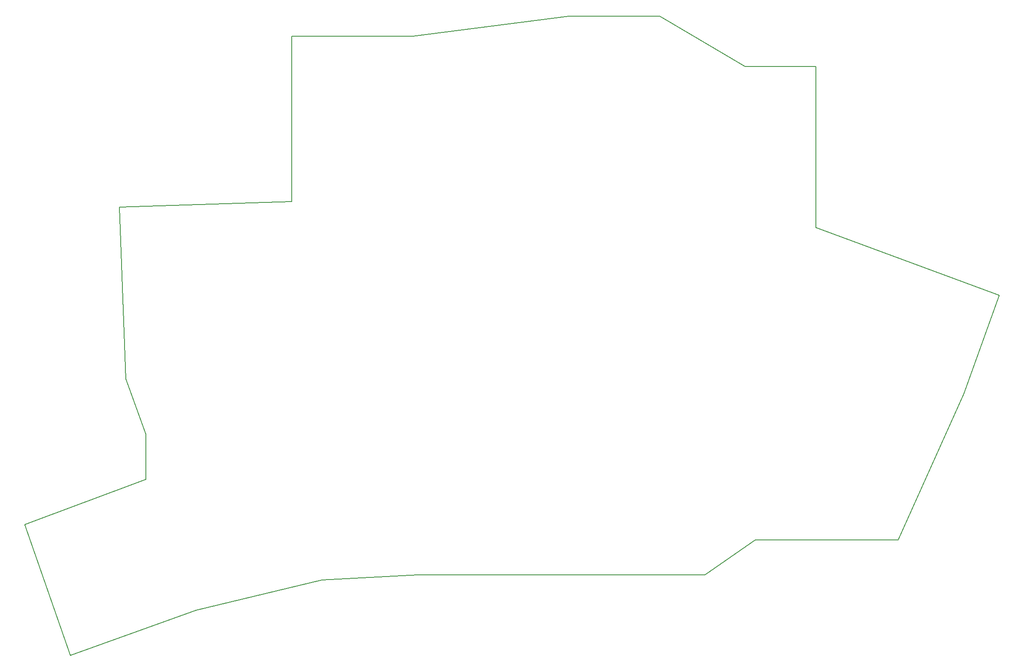
<source format=gbr>
%TF.GenerationSoftware,KiCad,Pcbnew,8.0.6*%
%TF.CreationDate,2025-01-06T03:58:56-07:00*%
%TF.ProjectId,right_circuit,72696768-745f-4636-9972-637569742e6b,v1.0.0*%
%TF.SameCoordinates,Original*%
%TF.FileFunction,Profile,NP*%
%FSLAX46Y46*%
G04 Gerber Fmt 4.6, Leading zero omitted, Abs format (unit mm)*
G04 Created by KiCad (PCBNEW 8.0.6) date 2025-01-06 03:58:56*
%MOMM*%
%LPD*%
G01*
G04 APERTURE LIST*
%TA.AperFunction,Profile*%
%ADD10C,0.200000*%
%TD*%
G04 APERTURE END LIST*
D10*
X116360000Y-147512065D02*
X115102589Y-113436233D01*
X222360000Y-75512065D02*
X239360000Y-85512065D01*
X149360000Y-79512065D02*
X173360000Y-79512065D01*
X149360000Y-79512065D02*
X149360000Y-112300000D01*
X241360000Y-179512065D02*
X269760000Y-179512065D01*
X130360000Y-193512065D02*
X105360000Y-202512065D01*
X282760000Y-150512065D02*
X269760000Y-179512065D01*
X173360000Y-79512065D02*
X204360000Y-75512065D01*
X120360000Y-158512065D02*
X116360000Y-147512065D01*
X253360000Y-117512065D02*
X289760000Y-130962065D01*
X241360000Y-179512065D02*
X231360000Y-186512065D01*
X155360000Y-187512065D02*
X130360000Y-193512065D01*
X120360000Y-167512065D02*
X120360000Y-158512065D01*
X289760000Y-130962065D02*
X282760000Y-150512065D01*
X174360000Y-186512065D02*
X231360000Y-186512065D01*
X204360000Y-75512065D02*
X222360000Y-75512065D01*
X253360000Y-85512065D02*
X253360000Y-117512065D01*
X105360000Y-202512065D02*
X96360000Y-176512065D01*
X115102589Y-113436233D02*
X149360000Y-112300000D01*
X96360000Y-176512065D02*
X120360000Y-167512065D01*
X239360000Y-85512065D02*
X253360000Y-85512065D01*
X174360000Y-186512065D02*
X155360000Y-187512065D01*
M02*

</source>
